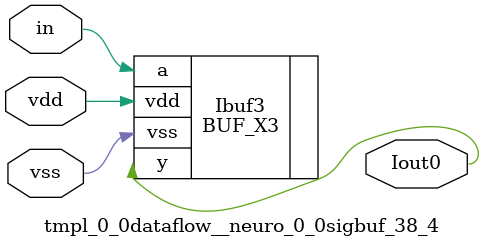
<source format=v>
module tmpl_0_0dataflow__neuro_0_0sigbuf_38_4(in, Iout0 , vdd, vss); 
   input vdd;
   input vss;
   input in;
   

// -- signals ---
   output Iout0 ;
   wire in;

// --- instances
BUF_X3 Ibuf3  (.y(Iout0 ), .a(in), .vdd(vdd), .vss(vss));
endmodule
</source>
